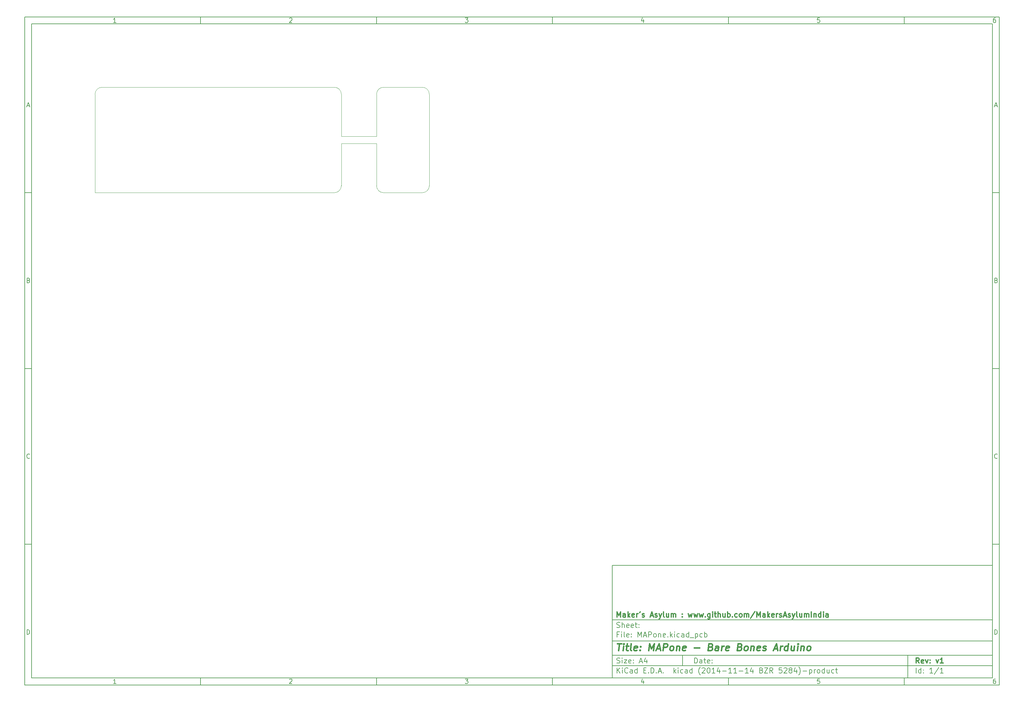
<source format=gbr>
G04 #@! TF.FileFunction,Profile,NP*
%FSLAX46Y46*%
G04 Gerber Fmt 4.6, Leading zero omitted, Abs format (unit mm)*
G04 Created by KiCad (PCBNEW (2014-11-14 BZR 5284)-product) date Mon Dec  1 14:26:38 2014*
%MOMM*%
G01*
G04 APERTURE LIST*
%ADD10C,0.100000*%
%ADD11C,0.150000*%
%ADD12C,0.300000*%
%ADD13C,0.400000*%
G04 APERTURE END LIST*
D10*
D11*
X177002200Y-166007200D02*
X177002200Y-198007200D01*
X285002200Y-198007200D01*
X285002200Y-166007200D01*
X177002200Y-166007200D01*
D10*
D11*
X10000000Y-10000000D02*
X10000000Y-200007200D01*
X287002200Y-200007200D01*
X287002200Y-10000000D01*
X10000000Y-10000000D01*
D10*
D11*
X12000000Y-12000000D02*
X12000000Y-198007200D01*
X285002200Y-198007200D01*
X285002200Y-12000000D01*
X12000000Y-12000000D01*
D10*
D11*
X60000000Y-12000000D02*
X60000000Y-10000000D01*
D10*
D11*
X110000000Y-12000000D02*
X110000000Y-10000000D01*
D10*
D11*
X160000000Y-12000000D02*
X160000000Y-10000000D01*
D10*
D11*
X210000000Y-12000000D02*
X210000000Y-10000000D01*
D10*
D11*
X260000000Y-12000000D02*
X260000000Y-10000000D01*
D10*
D11*
X35990476Y-11588095D02*
X35247619Y-11588095D01*
X35619048Y-11588095D02*
X35619048Y-10288095D01*
X35495238Y-10473810D01*
X35371429Y-10597619D01*
X35247619Y-10659524D01*
D10*
D11*
X85247619Y-10411905D02*
X85309524Y-10350000D01*
X85433333Y-10288095D01*
X85742857Y-10288095D01*
X85866667Y-10350000D01*
X85928571Y-10411905D01*
X85990476Y-10535714D01*
X85990476Y-10659524D01*
X85928571Y-10845238D01*
X85185714Y-11588095D01*
X85990476Y-11588095D01*
D10*
D11*
X135185714Y-10288095D02*
X135990476Y-10288095D01*
X135557143Y-10783333D01*
X135742857Y-10783333D01*
X135866667Y-10845238D01*
X135928571Y-10907143D01*
X135990476Y-11030952D01*
X135990476Y-11340476D01*
X135928571Y-11464286D01*
X135866667Y-11526190D01*
X135742857Y-11588095D01*
X135371429Y-11588095D01*
X135247619Y-11526190D01*
X135185714Y-11464286D01*
D10*
D11*
X185866667Y-10721429D02*
X185866667Y-11588095D01*
X185557143Y-10226190D02*
X185247619Y-11154762D01*
X186052381Y-11154762D01*
D10*
D11*
X235928571Y-10288095D02*
X235309524Y-10288095D01*
X235247619Y-10907143D01*
X235309524Y-10845238D01*
X235433333Y-10783333D01*
X235742857Y-10783333D01*
X235866667Y-10845238D01*
X235928571Y-10907143D01*
X235990476Y-11030952D01*
X235990476Y-11340476D01*
X235928571Y-11464286D01*
X235866667Y-11526190D01*
X235742857Y-11588095D01*
X235433333Y-11588095D01*
X235309524Y-11526190D01*
X235247619Y-11464286D01*
D10*
D11*
X285866667Y-10288095D02*
X285619048Y-10288095D01*
X285495238Y-10350000D01*
X285433333Y-10411905D01*
X285309524Y-10597619D01*
X285247619Y-10845238D01*
X285247619Y-11340476D01*
X285309524Y-11464286D01*
X285371429Y-11526190D01*
X285495238Y-11588095D01*
X285742857Y-11588095D01*
X285866667Y-11526190D01*
X285928571Y-11464286D01*
X285990476Y-11340476D01*
X285990476Y-11030952D01*
X285928571Y-10907143D01*
X285866667Y-10845238D01*
X285742857Y-10783333D01*
X285495238Y-10783333D01*
X285371429Y-10845238D01*
X285309524Y-10907143D01*
X285247619Y-11030952D01*
D10*
D11*
X60000000Y-198007200D02*
X60000000Y-200007200D01*
D10*
D11*
X110000000Y-198007200D02*
X110000000Y-200007200D01*
D10*
D11*
X160000000Y-198007200D02*
X160000000Y-200007200D01*
D10*
D11*
X210000000Y-198007200D02*
X210000000Y-200007200D01*
D10*
D11*
X260000000Y-198007200D02*
X260000000Y-200007200D01*
D10*
D11*
X35990476Y-199595295D02*
X35247619Y-199595295D01*
X35619048Y-199595295D02*
X35619048Y-198295295D01*
X35495238Y-198481010D01*
X35371429Y-198604819D01*
X35247619Y-198666724D01*
D10*
D11*
X85247619Y-198419105D02*
X85309524Y-198357200D01*
X85433333Y-198295295D01*
X85742857Y-198295295D01*
X85866667Y-198357200D01*
X85928571Y-198419105D01*
X85990476Y-198542914D01*
X85990476Y-198666724D01*
X85928571Y-198852438D01*
X85185714Y-199595295D01*
X85990476Y-199595295D01*
D10*
D11*
X135185714Y-198295295D02*
X135990476Y-198295295D01*
X135557143Y-198790533D01*
X135742857Y-198790533D01*
X135866667Y-198852438D01*
X135928571Y-198914343D01*
X135990476Y-199038152D01*
X135990476Y-199347676D01*
X135928571Y-199471486D01*
X135866667Y-199533390D01*
X135742857Y-199595295D01*
X135371429Y-199595295D01*
X135247619Y-199533390D01*
X135185714Y-199471486D01*
D10*
D11*
X185866667Y-198728629D02*
X185866667Y-199595295D01*
X185557143Y-198233390D02*
X185247619Y-199161962D01*
X186052381Y-199161962D01*
D10*
D11*
X235928571Y-198295295D02*
X235309524Y-198295295D01*
X235247619Y-198914343D01*
X235309524Y-198852438D01*
X235433333Y-198790533D01*
X235742857Y-198790533D01*
X235866667Y-198852438D01*
X235928571Y-198914343D01*
X235990476Y-199038152D01*
X235990476Y-199347676D01*
X235928571Y-199471486D01*
X235866667Y-199533390D01*
X235742857Y-199595295D01*
X235433333Y-199595295D01*
X235309524Y-199533390D01*
X235247619Y-199471486D01*
D10*
D11*
X285866667Y-198295295D02*
X285619048Y-198295295D01*
X285495238Y-198357200D01*
X285433333Y-198419105D01*
X285309524Y-198604819D01*
X285247619Y-198852438D01*
X285247619Y-199347676D01*
X285309524Y-199471486D01*
X285371429Y-199533390D01*
X285495238Y-199595295D01*
X285742857Y-199595295D01*
X285866667Y-199533390D01*
X285928571Y-199471486D01*
X285990476Y-199347676D01*
X285990476Y-199038152D01*
X285928571Y-198914343D01*
X285866667Y-198852438D01*
X285742857Y-198790533D01*
X285495238Y-198790533D01*
X285371429Y-198852438D01*
X285309524Y-198914343D01*
X285247619Y-199038152D01*
D10*
D11*
X10000000Y-60000000D02*
X12000000Y-60000000D01*
D10*
D11*
X10000000Y-110000000D02*
X12000000Y-110000000D01*
D10*
D11*
X10000000Y-160000000D02*
X12000000Y-160000000D01*
D10*
D11*
X10690476Y-35216667D02*
X11309524Y-35216667D01*
X10566667Y-35588095D02*
X11000000Y-34288095D01*
X11433333Y-35588095D01*
D10*
D11*
X11092857Y-84907143D02*
X11278571Y-84969048D01*
X11340476Y-85030952D01*
X11402381Y-85154762D01*
X11402381Y-85340476D01*
X11340476Y-85464286D01*
X11278571Y-85526190D01*
X11154762Y-85588095D01*
X10659524Y-85588095D01*
X10659524Y-84288095D01*
X11092857Y-84288095D01*
X11216667Y-84350000D01*
X11278571Y-84411905D01*
X11340476Y-84535714D01*
X11340476Y-84659524D01*
X11278571Y-84783333D01*
X11216667Y-84845238D01*
X11092857Y-84907143D01*
X10659524Y-84907143D01*
D10*
D11*
X11402381Y-135464286D02*
X11340476Y-135526190D01*
X11154762Y-135588095D01*
X11030952Y-135588095D01*
X10845238Y-135526190D01*
X10721429Y-135402381D01*
X10659524Y-135278571D01*
X10597619Y-135030952D01*
X10597619Y-134845238D01*
X10659524Y-134597619D01*
X10721429Y-134473810D01*
X10845238Y-134350000D01*
X11030952Y-134288095D01*
X11154762Y-134288095D01*
X11340476Y-134350000D01*
X11402381Y-134411905D01*
D10*
D11*
X10659524Y-185588095D02*
X10659524Y-184288095D01*
X10969048Y-184288095D01*
X11154762Y-184350000D01*
X11278571Y-184473810D01*
X11340476Y-184597619D01*
X11402381Y-184845238D01*
X11402381Y-185030952D01*
X11340476Y-185278571D01*
X11278571Y-185402381D01*
X11154762Y-185526190D01*
X10969048Y-185588095D01*
X10659524Y-185588095D01*
D10*
D11*
X287002200Y-60000000D02*
X285002200Y-60000000D01*
D10*
D11*
X287002200Y-110000000D02*
X285002200Y-110000000D01*
D10*
D11*
X287002200Y-160000000D02*
X285002200Y-160000000D01*
D10*
D11*
X285692676Y-35216667D02*
X286311724Y-35216667D01*
X285568867Y-35588095D02*
X286002200Y-34288095D01*
X286435533Y-35588095D01*
D10*
D11*
X286095057Y-84907143D02*
X286280771Y-84969048D01*
X286342676Y-85030952D01*
X286404581Y-85154762D01*
X286404581Y-85340476D01*
X286342676Y-85464286D01*
X286280771Y-85526190D01*
X286156962Y-85588095D01*
X285661724Y-85588095D01*
X285661724Y-84288095D01*
X286095057Y-84288095D01*
X286218867Y-84350000D01*
X286280771Y-84411905D01*
X286342676Y-84535714D01*
X286342676Y-84659524D01*
X286280771Y-84783333D01*
X286218867Y-84845238D01*
X286095057Y-84907143D01*
X285661724Y-84907143D01*
D10*
D11*
X286404581Y-135464286D02*
X286342676Y-135526190D01*
X286156962Y-135588095D01*
X286033152Y-135588095D01*
X285847438Y-135526190D01*
X285723629Y-135402381D01*
X285661724Y-135278571D01*
X285599819Y-135030952D01*
X285599819Y-134845238D01*
X285661724Y-134597619D01*
X285723629Y-134473810D01*
X285847438Y-134350000D01*
X286033152Y-134288095D01*
X286156962Y-134288095D01*
X286342676Y-134350000D01*
X286404581Y-134411905D01*
D10*
D11*
X285661724Y-185588095D02*
X285661724Y-184288095D01*
X285971248Y-184288095D01*
X286156962Y-184350000D01*
X286280771Y-184473810D01*
X286342676Y-184597619D01*
X286404581Y-184845238D01*
X286404581Y-185030952D01*
X286342676Y-185278571D01*
X286280771Y-185402381D01*
X286156962Y-185526190D01*
X285971248Y-185588095D01*
X285661724Y-185588095D01*
D10*
D11*
X200359343Y-193785771D02*
X200359343Y-192285771D01*
X200716486Y-192285771D01*
X200930771Y-192357200D01*
X201073629Y-192500057D01*
X201145057Y-192642914D01*
X201216486Y-192928629D01*
X201216486Y-193142914D01*
X201145057Y-193428629D01*
X201073629Y-193571486D01*
X200930771Y-193714343D01*
X200716486Y-193785771D01*
X200359343Y-193785771D01*
X202502200Y-193785771D02*
X202502200Y-193000057D01*
X202430771Y-192857200D01*
X202287914Y-192785771D01*
X202002200Y-192785771D01*
X201859343Y-192857200D01*
X202502200Y-193714343D02*
X202359343Y-193785771D01*
X202002200Y-193785771D01*
X201859343Y-193714343D01*
X201787914Y-193571486D01*
X201787914Y-193428629D01*
X201859343Y-193285771D01*
X202002200Y-193214343D01*
X202359343Y-193214343D01*
X202502200Y-193142914D01*
X203002200Y-192785771D02*
X203573629Y-192785771D01*
X203216486Y-192285771D02*
X203216486Y-193571486D01*
X203287914Y-193714343D01*
X203430772Y-193785771D01*
X203573629Y-193785771D01*
X204645057Y-193714343D02*
X204502200Y-193785771D01*
X204216486Y-193785771D01*
X204073629Y-193714343D01*
X204002200Y-193571486D01*
X204002200Y-193000057D01*
X204073629Y-192857200D01*
X204216486Y-192785771D01*
X204502200Y-192785771D01*
X204645057Y-192857200D01*
X204716486Y-193000057D01*
X204716486Y-193142914D01*
X204002200Y-193285771D01*
X205359343Y-193642914D02*
X205430771Y-193714343D01*
X205359343Y-193785771D01*
X205287914Y-193714343D01*
X205359343Y-193642914D01*
X205359343Y-193785771D01*
X205359343Y-192857200D02*
X205430771Y-192928629D01*
X205359343Y-193000057D01*
X205287914Y-192928629D01*
X205359343Y-192857200D01*
X205359343Y-193000057D01*
D10*
D11*
X177002200Y-194507200D02*
X285002200Y-194507200D01*
D10*
D11*
X178359343Y-196585771D02*
X178359343Y-195085771D01*
X179216486Y-196585771D02*
X178573629Y-195728629D01*
X179216486Y-195085771D02*
X178359343Y-195942914D01*
X179859343Y-196585771D02*
X179859343Y-195585771D01*
X179859343Y-195085771D02*
X179787914Y-195157200D01*
X179859343Y-195228629D01*
X179930771Y-195157200D01*
X179859343Y-195085771D01*
X179859343Y-195228629D01*
X181430772Y-196442914D02*
X181359343Y-196514343D01*
X181145057Y-196585771D01*
X181002200Y-196585771D01*
X180787915Y-196514343D01*
X180645057Y-196371486D01*
X180573629Y-196228629D01*
X180502200Y-195942914D01*
X180502200Y-195728629D01*
X180573629Y-195442914D01*
X180645057Y-195300057D01*
X180787915Y-195157200D01*
X181002200Y-195085771D01*
X181145057Y-195085771D01*
X181359343Y-195157200D01*
X181430772Y-195228629D01*
X182716486Y-196585771D02*
X182716486Y-195800057D01*
X182645057Y-195657200D01*
X182502200Y-195585771D01*
X182216486Y-195585771D01*
X182073629Y-195657200D01*
X182716486Y-196514343D02*
X182573629Y-196585771D01*
X182216486Y-196585771D01*
X182073629Y-196514343D01*
X182002200Y-196371486D01*
X182002200Y-196228629D01*
X182073629Y-196085771D01*
X182216486Y-196014343D01*
X182573629Y-196014343D01*
X182716486Y-195942914D01*
X184073629Y-196585771D02*
X184073629Y-195085771D01*
X184073629Y-196514343D02*
X183930772Y-196585771D01*
X183645058Y-196585771D01*
X183502200Y-196514343D01*
X183430772Y-196442914D01*
X183359343Y-196300057D01*
X183359343Y-195871486D01*
X183430772Y-195728629D01*
X183502200Y-195657200D01*
X183645058Y-195585771D01*
X183930772Y-195585771D01*
X184073629Y-195657200D01*
X185930772Y-195800057D02*
X186430772Y-195800057D01*
X186645058Y-196585771D02*
X185930772Y-196585771D01*
X185930772Y-195085771D01*
X186645058Y-195085771D01*
X187287915Y-196442914D02*
X187359343Y-196514343D01*
X187287915Y-196585771D01*
X187216486Y-196514343D01*
X187287915Y-196442914D01*
X187287915Y-196585771D01*
X188002201Y-196585771D02*
X188002201Y-195085771D01*
X188359344Y-195085771D01*
X188573629Y-195157200D01*
X188716487Y-195300057D01*
X188787915Y-195442914D01*
X188859344Y-195728629D01*
X188859344Y-195942914D01*
X188787915Y-196228629D01*
X188716487Y-196371486D01*
X188573629Y-196514343D01*
X188359344Y-196585771D01*
X188002201Y-196585771D01*
X189502201Y-196442914D02*
X189573629Y-196514343D01*
X189502201Y-196585771D01*
X189430772Y-196514343D01*
X189502201Y-196442914D01*
X189502201Y-196585771D01*
X190145058Y-196157200D02*
X190859344Y-196157200D01*
X190002201Y-196585771D02*
X190502201Y-195085771D01*
X191002201Y-196585771D01*
X191502201Y-196442914D02*
X191573629Y-196514343D01*
X191502201Y-196585771D01*
X191430772Y-196514343D01*
X191502201Y-196442914D01*
X191502201Y-196585771D01*
X194502201Y-196585771D02*
X194502201Y-195085771D01*
X194645058Y-196014343D02*
X195073629Y-196585771D01*
X195073629Y-195585771D02*
X194502201Y-196157200D01*
X195716487Y-196585771D02*
X195716487Y-195585771D01*
X195716487Y-195085771D02*
X195645058Y-195157200D01*
X195716487Y-195228629D01*
X195787915Y-195157200D01*
X195716487Y-195085771D01*
X195716487Y-195228629D01*
X197073630Y-196514343D02*
X196930773Y-196585771D01*
X196645059Y-196585771D01*
X196502201Y-196514343D01*
X196430773Y-196442914D01*
X196359344Y-196300057D01*
X196359344Y-195871486D01*
X196430773Y-195728629D01*
X196502201Y-195657200D01*
X196645059Y-195585771D01*
X196930773Y-195585771D01*
X197073630Y-195657200D01*
X198359344Y-196585771D02*
X198359344Y-195800057D01*
X198287915Y-195657200D01*
X198145058Y-195585771D01*
X197859344Y-195585771D01*
X197716487Y-195657200D01*
X198359344Y-196514343D02*
X198216487Y-196585771D01*
X197859344Y-196585771D01*
X197716487Y-196514343D01*
X197645058Y-196371486D01*
X197645058Y-196228629D01*
X197716487Y-196085771D01*
X197859344Y-196014343D01*
X198216487Y-196014343D01*
X198359344Y-195942914D01*
X199716487Y-196585771D02*
X199716487Y-195085771D01*
X199716487Y-196514343D02*
X199573630Y-196585771D01*
X199287916Y-196585771D01*
X199145058Y-196514343D01*
X199073630Y-196442914D01*
X199002201Y-196300057D01*
X199002201Y-195871486D01*
X199073630Y-195728629D01*
X199145058Y-195657200D01*
X199287916Y-195585771D01*
X199573630Y-195585771D01*
X199716487Y-195657200D01*
X202002201Y-197157200D02*
X201930773Y-197085771D01*
X201787916Y-196871486D01*
X201716487Y-196728629D01*
X201645058Y-196514343D01*
X201573630Y-196157200D01*
X201573630Y-195871486D01*
X201645058Y-195514343D01*
X201716487Y-195300057D01*
X201787916Y-195157200D01*
X201930773Y-194942914D01*
X202002201Y-194871486D01*
X202502201Y-195228629D02*
X202573630Y-195157200D01*
X202716487Y-195085771D01*
X203073630Y-195085771D01*
X203216487Y-195157200D01*
X203287916Y-195228629D01*
X203359344Y-195371486D01*
X203359344Y-195514343D01*
X203287916Y-195728629D01*
X202430773Y-196585771D01*
X203359344Y-196585771D01*
X204287915Y-195085771D02*
X204430772Y-195085771D01*
X204573629Y-195157200D01*
X204645058Y-195228629D01*
X204716487Y-195371486D01*
X204787915Y-195657200D01*
X204787915Y-196014343D01*
X204716487Y-196300057D01*
X204645058Y-196442914D01*
X204573629Y-196514343D01*
X204430772Y-196585771D01*
X204287915Y-196585771D01*
X204145058Y-196514343D01*
X204073629Y-196442914D01*
X204002201Y-196300057D01*
X203930772Y-196014343D01*
X203930772Y-195657200D01*
X204002201Y-195371486D01*
X204073629Y-195228629D01*
X204145058Y-195157200D01*
X204287915Y-195085771D01*
X206216486Y-196585771D02*
X205359343Y-196585771D01*
X205787915Y-196585771D02*
X205787915Y-195085771D01*
X205645058Y-195300057D01*
X205502200Y-195442914D01*
X205359343Y-195514343D01*
X207502200Y-195585771D02*
X207502200Y-196585771D01*
X207145057Y-195014343D02*
X206787914Y-196085771D01*
X207716486Y-196085771D01*
X208287914Y-196014343D02*
X209430771Y-196014343D01*
X210930771Y-196585771D02*
X210073628Y-196585771D01*
X210502200Y-196585771D02*
X210502200Y-195085771D01*
X210359343Y-195300057D01*
X210216485Y-195442914D01*
X210073628Y-195514343D01*
X212359342Y-196585771D02*
X211502199Y-196585771D01*
X211930771Y-196585771D02*
X211930771Y-195085771D01*
X211787914Y-195300057D01*
X211645056Y-195442914D01*
X211502199Y-195514343D01*
X213002199Y-196014343D02*
X214145056Y-196014343D01*
X215645056Y-196585771D02*
X214787913Y-196585771D01*
X215216485Y-196585771D02*
X215216485Y-195085771D01*
X215073628Y-195300057D01*
X214930770Y-195442914D01*
X214787913Y-195514343D01*
X216930770Y-195585771D02*
X216930770Y-196585771D01*
X216573627Y-195014343D02*
X216216484Y-196085771D01*
X217145056Y-196085771D01*
X219359341Y-195800057D02*
X219573627Y-195871486D01*
X219645055Y-195942914D01*
X219716484Y-196085771D01*
X219716484Y-196300057D01*
X219645055Y-196442914D01*
X219573627Y-196514343D01*
X219430769Y-196585771D01*
X218859341Y-196585771D01*
X218859341Y-195085771D01*
X219359341Y-195085771D01*
X219502198Y-195157200D01*
X219573627Y-195228629D01*
X219645055Y-195371486D01*
X219645055Y-195514343D01*
X219573627Y-195657200D01*
X219502198Y-195728629D01*
X219359341Y-195800057D01*
X218859341Y-195800057D01*
X220216484Y-195085771D02*
X221216484Y-195085771D01*
X220216484Y-196585771D01*
X221216484Y-196585771D01*
X222645055Y-196585771D02*
X222145055Y-195871486D01*
X221787912Y-196585771D02*
X221787912Y-195085771D01*
X222359340Y-195085771D01*
X222502198Y-195157200D01*
X222573626Y-195228629D01*
X222645055Y-195371486D01*
X222645055Y-195585771D01*
X222573626Y-195728629D01*
X222502198Y-195800057D01*
X222359340Y-195871486D01*
X221787912Y-195871486D01*
X225145055Y-195085771D02*
X224430769Y-195085771D01*
X224359340Y-195800057D01*
X224430769Y-195728629D01*
X224573626Y-195657200D01*
X224930769Y-195657200D01*
X225073626Y-195728629D01*
X225145055Y-195800057D01*
X225216483Y-195942914D01*
X225216483Y-196300057D01*
X225145055Y-196442914D01*
X225073626Y-196514343D01*
X224930769Y-196585771D01*
X224573626Y-196585771D01*
X224430769Y-196514343D01*
X224359340Y-196442914D01*
X225787911Y-195228629D02*
X225859340Y-195157200D01*
X226002197Y-195085771D01*
X226359340Y-195085771D01*
X226502197Y-195157200D01*
X226573626Y-195228629D01*
X226645054Y-195371486D01*
X226645054Y-195514343D01*
X226573626Y-195728629D01*
X225716483Y-196585771D01*
X226645054Y-196585771D01*
X227502197Y-195728629D02*
X227359339Y-195657200D01*
X227287911Y-195585771D01*
X227216482Y-195442914D01*
X227216482Y-195371486D01*
X227287911Y-195228629D01*
X227359339Y-195157200D01*
X227502197Y-195085771D01*
X227787911Y-195085771D01*
X227930768Y-195157200D01*
X228002197Y-195228629D01*
X228073625Y-195371486D01*
X228073625Y-195442914D01*
X228002197Y-195585771D01*
X227930768Y-195657200D01*
X227787911Y-195728629D01*
X227502197Y-195728629D01*
X227359339Y-195800057D01*
X227287911Y-195871486D01*
X227216482Y-196014343D01*
X227216482Y-196300057D01*
X227287911Y-196442914D01*
X227359339Y-196514343D01*
X227502197Y-196585771D01*
X227787911Y-196585771D01*
X227930768Y-196514343D01*
X228002197Y-196442914D01*
X228073625Y-196300057D01*
X228073625Y-196014343D01*
X228002197Y-195871486D01*
X227930768Y-195800057D01*
X227787911Y-195728629D01*
X229359339Y-195585771D02*
X229359339Y-196585771D01*
X229002196Y-195014343D02*
X228645053Y-196085771D01*
X229573625Y-196085771D01*
X230002196Y-197157200D02*
X230073624Y-197085771D01*
X230216481Y-196871486D01*
X230287910Y-196728629D01*
X230359339Y-196514343D01*
X230430767Y-196157200D01*
X230430767Y-195871486D01*
X230359339Y-195514343D01*
X230287910Y-195300057D01*
X230216481Y-195157200D01*
X230073624Y-194942914D01*
X230002196Y-194871486D01*
X231145053Y-196014343D02*
X232287910Y-196014343D01*
X233002196Y-195585771D02*
X233002196Y-197085771D01*
X233002196Y-195657200D02*
X233145053Y-195585771D01*
X233430767Y-195585771D01*
X233573624Y-195657200D01*
X233645053Y-195728629D01*
X233716482Y-195871486D01*
X233716482Y-196300057D01*
X233645053Y-196442914D01*
X233573624Y-196514343D01*
X233430767Y-196585771D01*
X233145053Y-196585771D01*
X233002196Y-196514343D01*
X234359339Y-196585771D02*
X234359339Y-195585771D01*
X234359339Y-195871486D02*
X234430767Y-195728629D01*
X234502196Y-195657200D01*
X234645053Y-195585771D01*
X234787910Y-195585771D01*
X235502196Y-196585771D02*
X235359338Y-196514343D01*
X235287910Y-196442914D01*
X235216481Y-196300057D01*
X235216481Y-195871486D01*
X235287910Y-195728629D01*
X235359338Y-195657200D01*
X235502196Y-195585771D01*
X235716481Y-195585771D01*
X235859338Y-195657200D01*
X235930767Y-195728629D01*
X236002196Y-195871486D01*
X236002196Y-196300057D01*
X235930767Y-196442914D01*
X235859338Y-196514343D01*
X235716481Y-196585771D01*
X235502196Y-196585771D01*
X237287910Y-196585771D02*
X237287910Y-195085771D01*
X237287910Y-196514343D02*
X237145053Y-196585771D01*
X236859339Y-196585771D01*
X236716481Y-196514343D01*
X236645053Y-196442914D01*
X236573624Y-196300057D01*
X236573624Y-195871486D01*
X236645053Y-195728629D01*
X236716481Y-195657200D01*
X236859339Y-195585771D01*
X237145053Y-195585771D01*
X237287910Y-195657200D01*
X238645053Y-195585771D02*
X238645053Y-196585771D01*
X238002196Y-195585771D02*
X238002196Y-196371486D01*
X238073624Y-196514343D01*
X238216482Y-196585771D01*
X238430767Y-196585771D01*
X238573624Y-196514343D01*
X238645053Y-196442914D01*
X240002196Y-196514343D02*
X239859339Y-196585771D01*
X239573625Y-196585771D01*
X239430767Y-196514343D01*
X239359339Y-196442914D01*
X239287910Y-196300057D01*
X239287910Y-195871486D01*
X239359339Y-195728629D01*
X239430767Y-195657200D01*
X239573625Y-195585771D01*
X239859339Y-195585771D01*
X240002196Y-195657200D01*
X240430767Y-195585771D02*
X241002196Y-195585771D01*
X240645053Y-195085771D02*
X240645053Y-196371486D01*
X240716481Y-196514343D01*
X240859339Y-196585771D01*
X241002196Y-196585771D01*
D10*
D11*
X177002200Y-191507200D02*
X285002200Y-191507200D01*
D10*
D12*
X264216486Y-193785771D02*
X263716486Y-193071486D01*
X263359343Y-193785771D02*
X263359343Y-192285771D01*
X263930771Y-192285771D01*
X264073629Y-192357200D01*
X264145057Y-192428629D01*
X264216486Y-192571486D01*
X264216486Y-192785771D01*
X264145057Y-192928629D01*
X264073629Y-193000057D01*
X263930771Y-193071486D01*
X263359343Y-193071486D01*
X265430771Y-193714343D02*
X265287914Y-193785771D01*
X265002200Y-193785771D01*
X264859343Y-193714343D01*
X264787914Y-193571486D01*
X264787914Y-193000057D01*
X264859343Y-192857200D01*
X265002200Y-192785771D01*
X265287914Y-192785771D01*
X265430771Y-192857200D01*
X265502200Y-193000057D01*
X265502200Y-193142914D01*
X264787914Y-193285771D01*
X266002200Y-192785771D02*
X266359343Y-193785771D01*
X266716485Y-192785771D01*
X267287914Y-193642914D02*
X267359342Y-193714343D01*
X267287914Y-193785771D01*
X267216485Y-193714343D01*
X267287914Y-193642914D01*
X267287914Y-193785771D01*
X267287914Y-192857200D02*
X267359342Y-192928629D01*
X267287914Y-193000057D01*
X267216485Y-192928629D01*
X267287914Y-192857200D01*
X267287914Y-193000057D01*
X269002200Y-192785771D02*
X269359343Y-193785771D01*
X269716485Y-192785771D01*
X271073628Y-193785771D02*
X270216485Y-193785771D01*
X270645057Y-193785771D02*
X270645057Y-192285771D01*
X270502200Y-192500057D01*
X270359342Y-192642914D01*
X270216485Y-192714343D01*
D10*
D11*
X178287914Y-193714343D02*
X178502200Y-193785771D01*
X178859343Y-193785771D01*
X179002200Y-193714343D01*
X179073629Y-193642914D01*
X179145057Y-193500057D01*
X179145057Y-193357200D01*
X179073629Y-193214343D01*
X179002200Y-193142914D01*
X178859343Y-193071486D01*
X178573629Y-193000057D01*
X178430771Y-192928629D01*
X178359343Y-192857200D01*
X178287914Y-192714343D01*
X178287914Y-192571486D01*
X178359343Y-192428629D01*
X178430771Y-192357200D01*
X178573629Y-192285771D01*
X178930771Y-192285771D01*
X179145057Y-192357200D01*
X179787914Y-193785771D02*
X179787914Y-192785771D01*
X179787914Y-192285771D02*
X179716485Y-192357200D01*
X179787914Y-192428629D01*
X179859342Y-192357200D01*
X179787914Y-192285771D01*
X179787914Y-192428629D01*
X180359343Y-192785771D02*
X181145057Y-192785771D01*
X180359343Y-193785771D01*
X181145057Y-193785771D01*
X182287914Y-193714343D02*
X182145057Y-193785771D01*
X181859343Y-193785771D01*
X181716486Y-193714343D01*
X181645057Y-193571486D01*
X181645057Y-193000057D01*
X181716486Y-192857200D01*
X181859343Y-192785771D01*
X182145057Y-192785771D01*
X182287914Y-192857200D01*
X182359343Y-193000057D01*
X182359343Y-193142914D01*
X181645057Y-193285771D01*
X183002200Y-193642914D02*
X183073628Y-193714343D01*
X183002200Y-193785771D01*
X182930771Y-193714343D01*
X183002200Y-193642914D01*
X183002200Y-193785771D01*
X183002200Y-192857200D02*
X183073628Y-192928629D01*
X183002200Y-193000057D01*
X182930771Y-192928629D01*
X183002200Y-192857200D01*
X183002200Y-193000057D01*
X184787914Y-193357200D02*
X185502200Y-193357200D01*
X184645057Y-193785771D02*
X185145057Y-192285771D01*
X185645057Y-193785771D01*
X186787914Y-192785771D02*
X186787914Y-193785771D01*
X186430771Y-192214343D02*
X186073628Y-193285771D01*
X187002200Y-193285771D01*
D10*
D11*
X263359343Y-196585771D02*
X263359343Y-195085771D01*
X264716486Y-196585771D02*
X264716486Y-195085771D01*
X264716486Y-196514343D02*
X264573629Y-196585771D01*
X264287915Y-196585771D01*
X264145057Y-196514343D01*
X264073629Y-196442914D01*
X264002200Y-196300057D01*
X264002200Y-195871486D01*
X264073629Y-195728629D01*
X264145057Y-195657200D01*
X264287915Y-195585771D01*
X264573629Y-195585771D01*
X264716486Y-195657200D01*
X265430772Y-196442914D02*
X265502200Y-196514343D01*
X265430772Y-196585771D01*
X265359343Y-196514343D01*
X265430772Y-196442914D01*
X265430772Y-196585771D01*
X265430772Y-195657200D02*
X265502200Y-195728629D01*
X265430772Y-195800057D01*
X265359343Y-195728629D01*
X265430772Y-195657200D01*
X265430772Y-195800057D01*
X268073629Y-196585771D02*
X267216486Y-196585771D01*
X267645058Y-196585771D02*
X267645058Y-195085771D01*
X267502201Y-195300057D01*
X267359343Y-195442914D01*
X267216486Y-195514343D01*
X269787914Y-195014343D02*
X268502200Y-196942914D01*
X271073629Y-196585771D02*
X270216486Y-196585771D01*
X270645058Y-196585771D02*
X270645058Y-195085771D01*
X270502201Y-195300057D01*
X270359343Y-195442914D01*
X270216486Y-195514343D01*
D10*
D11*
X177002200Y-187507200D02*
X285002200Y-187507200D01*
D10*
D13*
X178454581Y-188211962D02*
X179597438Y-188211962D01*
X178776010Y-190211962D02*
X179026010Y-188211962D01*
X180014105Y-190211962D02*
X180180771Y-188878629D01*
X180264105Y-188211962D02*
X180156962Y-188307200D01*
X180240295Y-188402438D01*
X180347439Y-188307200D01*
X180264105Y-188211962D01*
X180240295Y-188402438D01*
X180847438Y-188878629D02*
X181609343Y-188878629D01*
X181216486Y-188211962D02*
X181002200Y-189926248D01*
X181073630Y-190116724D01*
X181252201Y-190211962D01*
X181442677Y-190211962D01*
X182395058Y-190211962D02*
X182216487Y-190116724D01*
X182145057Y-189926248D01*
X182359343Y-188211962D01*
X183930772Y-190116724D02*
X183728391Y-190211962D01*
X183347439Y-190211962D01*
X183168867Y-190116724D01*
X183097438Y-189926248D01*
X183192676Y-189164343D01*
X183311724Y-188973867D01*
X183514105Y-188878629D01*
X183895057Y-188878629D01*
X184073629Y-188973867D01*
X184145057Y-189164343D01*
X184121248Y-189354819D01*
X183145057Y-189545295D01*
X184895057Y-190021486D02*
X184978392Y-190116724D01*
X184871248Y-190211962D01*
X184787915Y-190116724D01*
X184895057Y-190021486D01*
X184871248Y-190211962D01*
X185026010Y-188973867D02*
X185109344Y-189069105D01*
X185002200Y-189164343D01*
X184918867Y-189069105D01*
X185026010Y-188973867D01*
X185002200Y-189164343D01*
X187347439Y-190211962D02*
X187597439Y-188211962D01*
X188085534Y-189640533D01*
X188930773Y-188211962D01*
X188680773Y-190211962D01*
X189609343Y-189640533D02*
X190561724Y-189640533D01*
X189347439Y-190211962D02*
X190264106Y-188211962D01*
X190680773Y-190211962D01*
X191347439Y-190211962D02*
X191597439Y-188211962D01*
X192359344Y-188211962D01*
X192537915Y-188307200D01*
X192621249Y-188402438D01*
X192692678Y-188592914D01*
X192656963Y-188878629D01*
X192537916Y-189069105D01*
X192430772Y-189164343D01*
X192228391Y-189259581D01*
X191466486Y-189259581D01*
X193633154Y-190211962D02*
X193454583Y-190116724D01*
X193371248Y-190021486D01*
X193299820Y-189831010D01*
X193371248Y-189259581D01*
X193490296Y-189069105D01*
X193597440Y-188973867D01*
X193799820Y-188878629D01*
X194085534Y-188878629D01*
X194264106Y-188973867D01*
X194347439Y-189069105D01*
X194418867Y-189259581D01*
X194347439Y-189831010D01*
X194228391Y-190021486D01*
X194121249Y-190116724D01*
X193918868Y-190211962D01*
X193633154Y-190211962D01*
X195323629Y-188878629D02*
X195156963Y-190211962D01*
X195299820Y-189069105D02*
X195406964Y-188973867D01*
X195609344Y-188878629D01*
X195895058Y-188878629D01*
X196073630Y-188973867D01*
X196145058Y-189164343D01*
X196014106Y-190211962D01*
X197740297Y-190116724D02*
X197537916Y-190211962D01*
X197156964Y-190211962D01*
X196978392Y-190116724D01*
X196906963Y-189926248D01*
X197002201Y-189164343D01*
X197121249Y-188973867D01*
X197323630Y-188878629D01*
X197704582Y-188878629D01*
X197883154Y-188973867D01*
X197954582Y-189164343D01*
X197930773Y-189354819D01*
X196954582Y-189545295D01*
X200299821Y-189450057D02*
X201823631Y-189450057D01*
X205002202Y-189164343D02*
X205276011Y-189259581D01*
X205359346Y-189354819D01*
X205430774Y-189545295D01*
X205395060Y-189831010D01*
X205276012Y-190021486D01*
X205168869Y-190116724D01*
X204966488Y-190211962D01*
X204204583Y-190211962D01*
X204454583Y-188211962D01*
X205121250Y-188211962D01*
X205299821Y-188307200D01*
X205383154Y-188402438D01*
X205454584Y-188592914D01*
X205430774Y-188783390D01*
X205311726Y-188973867D01*
X205204583Y-189069105D01*
X205002202Y-189164343D01*
X204335535Y-189164343D01*
X207061726Y-190211962D02*
X207192678Y-189164343D01*
X207121250Y-188973867D01*
X206942678Y-188878629D01*
X206561726Y-188878629D01*
X206359345Y-188973867D01*
X207073631Y-190116724D02*
X206871250Y-190211962D01*
X206395060Y-190211962D01*
X206216488Y-190116724D01*
X206145059Y-189926248D01*
X206168869Y-189735771D01*
X206287916Y-189545295D01*
X206490298Y-189450057D01*
X206966488Y-189450057D01*
X207168869Y-189354819D01*
X208014107Y-190211962D02*
X208180773Y-188878629D01*
X208133154Y-189259581D02*
X208252203Y-189069105D01*
X208359346Y-188973867D01*
X208561726Y-188878629D01*
X208752202Y-188878629D01*
X210026012Y-190116724D02*
X209823631Y-190211962D01*
X209442679Y-190211962D01*
X209264107Y-190116724D01*
X209192678Y-189926248D01*
X209287916Y-189164343D01*
X209406964Y-188973867D01*
X209609345Y-188878629D01*
X209990297Y-188878629D01*
X210168869Y-188973867D01*
X210240297Y-189164343D01*
X210216488Y-189354819D01*
X209240297Y-189545295D01*
X213287917Y-189164343D02*
X213561726Y-189259581D01*
X213645061Y-189354819D01*
X213716489Y-189545295D01*
X213680775Y-189831010D01*
X213561727Y-190021486D01*
X213454584Y-190116724D01*
X213252203Y-190211962D01*
X212490298Y-190211962D01*
X212740298Y-188211962D01*
X213406965Y-188211962D01*
X213585536Y-188307200D01*
X213668869Y-188402438D01*
X213740299Y-188592914D01*
X213716489Y-188783390D01*
X213597441Y-188973867D01*
X213490298Y-189069105D01*
X213287917Y-189164343D01*
X212621250Y-189164343D01*
X214776013Y-190211962D02*
X214597442Y-190116724D01*
X214514107Y-190021486D01*
X214442679Y-189831010D01*
X214514107Y-189259581D01*
X214633155Y-189069105D01*
X214740299Y-188973867D01*
X214942679Y-188878629D01*
X215228393Y-188878629D01*
X215406965Y-188973867D01*
X215490298Y-189069105D01*
X215561726Y-189259581D01*
X215490298Y-189831010D01*
X215371250Y-190021486D01*
X215264108Y-190116724D01*
X215061727Y-190211962D01*
X214776013Y-190211962D01*
X216466488Y-188878629D02*
X216299822Y-190211962D01*
X216442679Y-189069105D02*
X216549823Y-188973867D01*
X216752203Y-188878629D01*
X217037917Y-188878629D01*
X217216489Y-188973867D01*
X217287917Y-189164343D01*
X217156965Y-190211962D01*
X218883156Y-190116724D02*
X218680775Y-190211962D01*
X218299823Y-190211962D01*
X218121251Y-190116724D01*
X218049822Y-189926248D01*
X218145060Y-189164343D01*
X218264108Y-188973867D01*
X218466489Y-188878629D01*
X218847441Y-188878629D01*
X219026013Y-188973867D01*
X219097441Y-189164343D01*
X219073632Y-189354819D01*
X218097441Y-189545295D01*
X219740299Y-190116724D02*
X219918871Y-190211962D01*
X220299823Y-190211962D01*
X220502204Y-190116724D01*
X220621251Y-189926248D01*
X220633156Y-189831010D01*
X220561727Y-189640533D01*
X220383156Y-189545295D01*
X220097442Y-189545295D01*
X219918870Y-189450057D01*
X219847441Y-189259581D01*
X219859346Y-189164343D01*
X219978394Y-188973867D01*
X220180775Y-188878629D01*
X220466489Y-188878629D01*
X220645061Y-188973867D01*
X222942680Y-189640533D02*
X223895061Y-189640533D01*
X222680776Y-190211962D02*
X223597443Y-188211962D01*
X224014110Y-190211962D01*
X224680776Y-190211962D02*
X224847442Y-188878629D01*
X224799823Y-189259581D02*
X224918872Y-189069105D01*
X225026015Y-188973867D01*
X225228395Y-188878629D01*
X225418871Y-188878629D01*
X226776014Y-190211962D02*
X227026014Y-188211962D01*
X226787919Y-190116724D02*
X226585538Y-190211962D01*
X226204586Y-190211962D01*
X226026015Y-190116724D01*
X225942680Y-190021486D01*
X225871252Y-189831010D01*
X225942680Y-189259581D01*
X226061728Y-189069105D01*
X226168872Y-188973867D01*
X226371252Y-188878629D01*
X226752204Y-188878629D01*
X226930776Y-188973867D01*
X228752204Y-188878629D02*
X228585538Y-190211962D01*
X227895061Y-188878629D02*
X227764109Y-189926248D01*
X227835539Y-190116724D01*
X228014110Y-190211962D01*
X228299824Y-190211962D01*
X228502205Y-190116724D01*
X228609347Y-190021486D01*
X229537919Y-190211962D02*
X229704585Y-188878629D01*
X229787919Y-188211962D02*
X229680776Y-188307200D01*
X229764109Y-188402438D01*
X229871253Y-188307200D01*
X229787919Y-188211962D01*
X229764109Y-188402438D01*
X230656966Y-188878629D02*
X230490300Y-190211962D01*
X230633157Y-189069105D02*
X230740301Y-188973867D01*
X230942681Y-188878629D01*
X231228395Y-188878629D01*
X231406967Y-188973867D01*
X231478395Y-189164343D01*
X231347443Y-190211962D01*
X232585539Y-190211962D02*
X232406968Y-190116724D01*
X232323633Y-190021486D01*
X232252205Y-189831010D01*
X232323633Y-189259581D01*
X232442681Y-189069105D01*
X232549825Y-188973867D01*
X232752205Y-188878629D01*
X233037919Y-188878629D01*
X233216491Y-188973867D01*
X233299824Y-189069105D01*
X233371252Y-189259581D01*
X233299824Y-189831010D01*
X233180776Y-190021486D01*
X233073634Y-190116724D01*
X232871253Y-190211962D01*
X232585539Y-190211962D01*
D10*
D11*
X178859343Y-185600057D02*
X178359343Y-185600057D01*
X178359343Y-186385771D02*
X178359343Y-184885771D01*
X179073629Y-184885771D01*
X179645057Y-186385771D02*
X179645057Y-185385771D01*
X179645057Y-184885771D02*
X179573628Y-184957200D01*
X179645057Y-185028629D01*
X179716485Y-184957200D01*
X179645057Y-184885771D01*
X179645057Y-185028629D01*
X180573629Y-186385771D02*
X180430771Y-186314343D01*
X180359343Y-186171486D01*
X180359343Y-184885771D01*
X181716485Y-186314343D02*
X181573628Y-186385771D01*
X181287914Y-186385771D01*
X181145057Y-186314343D01*
X181073628Y-186171486D01*
X181073628Y-185600057D01*
X181145057Y-185457200D01*
X181287914Y-185385771D01*
X181573628Y-185385771D01*
X181716485Y-185457200D01*
X181787914Y-185600057D01*
X181787914Y-185742914D01*
X181073628Y-185885771D01*
X182430771Y-186242914D02*
X182502199Y-186314343D01*
X182430771Y-186385771D01*
X182359342Y-186314343D01*
X182430771Y-186242914D01*
X182430771Y-186385771D01*
X182430771Y-185457200D02*
X182502199Y-185528629D01*
X182430771Y-185600057D01*
X182359342Y-185528629D01*
X182430771Y-185457200D01*
X182430771Y-185600057D01*
X184287914Y-186385771D02*
X184287914Y-184885771D01*
X184787914Y-185957200D01*
X185287914Y-184885771D01*
X185287914Y-186385771D01*
X185930771Y-185957200D02*
X186645057Y-185957200D01*
X185787914Y-186385771D02*
X186287914Y-184885771D01*
X186787914Y-186385771D01*
X187287914Y-186385771D02*
X187287914Y-184885771D01*
X187859342Y-184885771D01*
X188002200Y-184957200D01*
X188073628Y-185028629D01*
X188145057Y-185171486D01*
X188145057Y-185385771D01*
X188073628Y-185528629D01*
X188002200Y-185600057D01*
X187859342Y-185671486D01*
X187287914Y-185671486D01*
X189002200Y-186385771D02*
X188859342Y-186314343D01*
X188787914Y-186242914D01*
X188716485Y-186100057D01*
X188716485Y-185671486D01*
X188787914Y-185528629D01*
X188859342Y-185457200D01*
X189002200Y-185385771D01*
X189216485Y-185385771D01*
X189359342Y-185457200D01*
X189430771Y-185528629D01*
X189502200Y-185671486D01*
X189502200Y-186100057D01*
X189430771Y-186242914D01*
X189359342Y-186314343D01*
X189216485Y-186385771D01*
X189002200Y-186385771D01*
X190145057Y-185385771D02*
X190145057Y-186385771D01*
X190145057Y-185528629D02*
X190216485Y-185457200D01*
X190359343Y-185385771D01*
X190573628Y-185385771D01*
X190716485Y-185457200D01*
X190787914Y-185600057D01*
X190787914Y-186385771D01*
X192073628Y-186314343D02*
X191930771Y-186385771D01*
X191645057Y-186385771D01*
X191502200Y-186314343D01*
X191430771Y-186171486D01*
X191430771Y-185600057D01*
X191502200Y-185457200D01*
X191645057Y-185385771D01*
X191930771Y-185385771D01*
X192073628Y-185457200D01*
X192145057Y-185600057D01*
X192145057Y-185742914D01*
X191430771Y-185885771D01*
X192787914Y-186242914D02*
X192859342Y-186314343D01*
X192787914Y-186385771D01*
X192716485Y-186314343D01*
X192787914Y-186242914D01*
X192787914Y-186385771D01*
X193502200Y-186385771D02*
X193502200Y-184885771D01*
X193645057Y-185814343D02*
X194073628Y-186385771D01*
X194073628Y-185385771D02*
X193502200Y-185957200D01*
X194716486Y-186385771D02*
X194716486Y-185385771D01*
X194716486Y-184885771D02*
X194645057Y-184957200D01*
X194716486Y-185028629D01*
X194787914Y-184957200D01*
X194716486Y-184885771D01*
X194716486Y-185028629D01*
X196073629Y-186314343D02*
X195930772Y-186385771D01*
X195645058Y-186385771D01*
X195502200Y-186314343D01*
X195430772Y-186242914D01*
X195359343Y-186100057D01*
X195359343Y-185671486D01*
X195430772Y-185528629D01*
X195502200Y-185457200D01*
X195645058Y-185385771D01*
X195930772Y-185385771D01*
X196073629Y-185457200D01*
X197359343Y-186385771D02*
X197359343Y-185600057D01*
X197287914Y-185457200D01*
X197145057Y-185385771D01*
X196859343Y-185385771D01*
X196716486Y-185457200D01*
X197359343Y-186314343D02*
X197216486Y-186385771D01*
X196859343Y-186385771D01*
X196716486Y-186314343D01*
X196645057Y-186171486D01*
X196645057Y-186028629D01*
X196716486Y-185885771D01*
X196859343Y-185814343D01*
X197216486Y-185814343D01*
X197359343Y-185742914D01*
X198716486Y-186385771D02*
X198716486Y-184885771D01*
X198716486Y-186314343D02*
X198573629Y-186385771D01*
X198287915Y-186385771D01*
X198145057Y-186314343D01*
X198073629Y-186242914D01*
X198002200Y-186100057D01*
X198002200Y-185671486D01*
X198073629Y-185528629D01*
X198145057Y-185457200D01*
X198287915Y-185385771D01*
X198573629Y-185385771D01*
X198716486Y-185457200D01*
X199073629Y-186528629D02*
X200216486Y-186528629D01*
X200573629Y-185385771D02*
X200573629Y-186885771D01*
X200573629Y-185457200D02*
X200716486Y-185385771D01*
X201002200Y-185385771D01*
X201145057Y-185457200D01*
X201216486Y-185528629D01*
X201287915Y-185671486D01*
X201287915Y-186100057D01*
X201216486Y-186242914D01*
X201145057Y-186314343D01*
X201002200Y-186385771D01*
X200716486Y-186385771D01*
X200573629Y-186314343D01*
X202573629Y-186314343D02*
X202430772Y-186385771D01*
X202145058Y-186385771D01*
X202002200Y-186314343D01*
X201930772Y-186242914D01*
X201859343Y-186100057D01*
X201859343Y-185671486D01*
X201930772Y-185528629D01*
X202002200Y-185457200D01*
X202145058Y-185385771D01*
X202430772Y-185385771D01*
X202573629Y-185457200D01*
X203216486Y-186385771D02*
X203216486Y-184885771D01*
X203216486Y-185457200D02*
X203359343Y-185385771D01*
X203645057Y-185385771D01*
X203787914Y-185457200D01*
X203859343Y-185528629D01*
X203930772Y-185671486D01*
X203930772Y-186100057D01*
X203859343Y-186242914D01*
X203787914Y-186314343D01*
X203645057Y-186385771D01*
X203359343Y-186385771D01*
X203216486Y-186314343D01*
D10*
D11*
X177002200Y-181507200D02*
X285002200Y-181507200D01*
D10*
D11*
X178287914Y-183614343D02*
X178502200Y-183685771D01*
X178859343Y-183685771D01*
X179002200Y-183614343D01*
X179073629Y-183542914D01*
X179145057Y-183400057D01*
X179145057Y-183257200D01*
X179073629Y-183114343D01*
X179002200Y-183042914D01*
X178859343Y-182971486D01*
X178573629Y-182900057D01*
X178430771Y-182828629D01*
X178359343Y-182757200D01*
X178287914Y-182614343D01*
X178287914Y-182471486D01*
X178359343Y-182328629D01*
X178430771Y-182257200D01*
X178573629Y-182185771D01*
X178930771Y-182185771D01*
X179145057Y-182257200D01*
X179787914Y-183685771D02*
X179787914Y-182185771D01*
X180430771Y-183685771D02*
X180430771Y-182900057D01*
X180359342Y-182757200D01*
X180216485Y-182685771D01*
X180002200Y-182685771D01*
X179859342Y-182757200D01*
X179787914Y-182828629D01*
X181716485Y-183614343D02*
X181573628Y-183685771D01*
X181287914Y-183685771D01*
X181145057Y-183614343D01*
X181073628Y-183471486D01*
X181073628Y-182900057D01*
X181145057Y-182757200D01*
X181287914Y-182685771D01*
X181573628Y-182685771D01*
X181716485Y-182757200D01*
X181787914Y-182900057D01*
X181787914Y-183042914D01*
X181073628Y-183185771D01*
X183002199Y-183614343D02*
X182859342Y-183685771D01*
X182573628Y-183685771D01*
X182430771Y-183614343D01*
X182359342Y-183471486D01*
X182359342Y-182900057D01*
X182430771Y-182757200D01*
X182573628Y-182685771D01*
X182859342Y-182685771D01*
X183002199Y-182757200D01*
X183073628Y-182900057D01*
X183073628Y-183042914D01*
X182359342Y-183185771D01*
X183502199Y-182685771D02*
X184073628Y-182685771D01*
X183716485Y-182185771D02*
X183716485Y-183471486D01*
X183787913Y-183614343D01*
X183930771Y-183685771D01*
X184073628Y-183685771D01*
X184573628Y-183542914D02*
X184645056Y-183614343D01*
X184573628Y-183685771D01*
X184502199Y-183614343D01*
X184573628Y-183542914D01*
X184573628Y-183685771D01*
X184573628Y-182757200D02*
X184645056Y-182828629D01*
X184573628Y-182900057D01*
X184502199Y-182828629D01*
X184573628Y-182757200D01*
X184573628Y-182900057D01*
D10*
D12*
X178359343Y-180685771D02*
X178359343Y-179185771D01*
X178859343Y-180257200D01*
X179359343Y-179185771D01*
X179359343Y-180685771D01*
X180716486Y-180685771D02*
X180716486Y-179900057D01*
X180645057Y-179757200D01*
X180502200Y-179685771D01*
X180216486Y-179685771D01*
X180073629Y-179757200D01*
X180716486Y-180614343D02*
X180573629Y-180685771D01*
X180216486Y-180685771D01*
X180073629Y-180614343D01*
X180002200Y-180471486D01*
X180002200Y-180328629D01*
X180073629Y-180185771D01*
X180216486Y-180114343D01*
X180573629Y-180114343D01*
X180716486Y-180042914D01*
X181430772Y-180685771D02*
X181430772Y-179185771D01*
X181573629Y-180114343D02*
X182002200Y-180685771D01*
X182002200Y-179685771D02*
X181430772Y-180257200D01*
X183216486Y-180614343D02*
X183073629Y-180685771D01*
X182787915Y-180685771D01*
X182645058Y-180614343D01*
X182573629Y-180471486D01*
X182573629Y-179900057D01*
X182645058Y-179757200D01*
X182787915Y-179685771D01*
X183073629Y-179685771D01*
X183216486Y-179757200D01*
X183287915Y-179900057D01*
X183287915Y-180042914D01*
X182573629Y-180185771D01*
X183930772Y-180685771D02*
X183930772Y-179685771D01*
X183930772Y-179971486D02*
X184002200Y-179828629D01*
X184073629Y-179757200D01*
X184216486Y-179685771D01*
X184359343Y-179685771D01*
X184930771Y-179185771D02*
X184787914Y-179471486D01*
X185502200Y-180614343D02*
X185645057Y-180685771D01*
X185930772Y-180685771D01*
X186073629Y-180614343D01*
X186145057Y-180471486D01*
X186145057Y-180400057D01*
X186073629Y-180257200D01*
X185930772Y-180185771D01*
X185716486Y-180185771D01*
X185573629Y-180114343D01*
X185502200Y-179971486D01*
X185502200Y-179900057D01*
X185573629Y-179757200D01*
X185716486Y-179685771D01*
X185930772Y-179685771D01*
X186073629Y-179757200D01*
X187859343Y-180257200D02*
X188573629Y-180257200D01*
X187716486Y-180685771D02*
X188216486Y-179185771D01*
X188716486Y-180685771D01*
X189145057Y-180614343D02*
X189287914Y-180685771D01*
X189573629Y-180685771D01*
X189716486Y-180614343D01*
X189787914Y-180471486D01*
X189787914Y-180400057D01*
X189716486Y-180257200D01*
X189573629Y-180185771D01*
X189359343Y-180185771D01*
X189216486Y-180114343D01*
X189145057Y-179971486D01*
X189145057Y-179900057D01*
X189216486Y-179757200D01*
X189359343Y-179685771D01*
X189573629Y-179685771D01*
X189716486Y-179757200D01*
X190287915Y-179685771D02*
X190645058Y-180685771D01*
X191002200Y-179685771D02*
X190645058Y-180685771D01*
X190502200Y-181042914D01*
X190430772Y-181114343D01*
X190287915Y-181185771D01*
X191787915Y-180685771D02*
X191645057Y-180614343D01*
X191573629Y-180471486D01*
X191573629Y-179185771D01*
X193002200Y-179685771D02*
X193002200Y-180685771D01*
X192359343Y-179685771D02*
X192359343Y-180471486D01*
X192430771Y-180614343D01*
X192573629Y-180685771D01*
X192787914Y-180685771D01*
X192930771Y-180614343D01*
X193002200Y-180542914D01*
X193716486Y-180685771D02*
X193716486Y-179685771D01*
X193716486Y-179828629D02*
X193787914Y-179757200D01*
X193930772Y-179685771D01*
X194145057Y-179685771D01*
X194287914Y-179757200D01*
X194359343Y-179900057D01*
X194359343Y-180685771D01*
X194359343Y-179900057D02*
X194430772Y-179757200D01*
X194573629Y-179685771D01*
X194787914Y-179685771D01*
X194930772Y-179757200D01*
X195002200Y-179900057D01*
X195002200Y-180685771D01*
X196859343Y-180542914D02*
X196930771Y-180614343D01*
X196859343Y-180685771D01*
X196787914Y-180614343D01*
X196859343Y-180542914D01*
X196859343Y-180685771D01*
X196859343Y-179757200D02*
X196930771Y-179828629D01*
X196859343Y-179900057D01*
X196787914Y-179828629D01*
X196859343Y-179757200D01*
X196859343Y-179900057D01*
X198573629Y-179685771D02*
X198859343Y-180685771D01*
X199145057Y-179971486D01*
X199430772Y-180685771D01*
X199716486Y-179685771D01*
X200145058Y-179685771D02*
X200430772Y-180685771D01*
X200716486Y-179971486D01*
X201002201Y-180685771D01*
X201287915Y-179685771D01*
X201716487Y-179685771D02*
X202002201Y-180685771D01*
X202287915Y-179971486D01*
X202573630Y-180685771D01*
X202859344Y-179685771D01*
X203430773Y-180542914D02*
X203502201Y-180614343D01*
X203430773Y-180685771D01*
X203359344Y-180614343D01*
X203430773Y-180542914D01*
X203430773Y-180685771D01*
X204787916Y-179685771D02*
X204787916Y-180900057D01*
X204716487Y-181042914D01*
X204645059Y-181114343D01*
X204502202Y-181185771D01*
X204287916Y-181185771D01*
X204145059Y-181114343D01*
X204787916Y-180614343D02*
X204645059Y-180685771D01*
X204359345Y-180685771D01*
X204216487Y-180614343D01*
X204145059Y-180542914D01*
X204073630Y-180400057D01*
X204073630Y-179971486D01*
X204145059Y-179828629D01*
X204216487Y-179757200D01*
X204359345Y-179685771D01*
X204645059Y-179685771D01*
X204787916Y-179757200D01*
X205502202Y-180685771D02*
X205502202Y-179685771D01*
X205502202Y-179185771D02*
X205430773Y-179257200D01*
X205502202Y-179328629D01*
X205573630Y-179257200D01*
X205502202Y-179185771D01*
X205502202Y-179328629D01*
X206002202Y-179685771D02*
X206573631Y-179685771D01*
X206216488Y-179185771D02*
X206216488Y-180471486D01*
X206287916Y-180614343D01*
X206430774Y-180685771D01*
X206573631Y-180685771D01*
X207073631Y-180685771D02*
X207073631Y-179185771D01*
X207716488Y-180685771D02*
X207716488Y-179900057D01*
X207645059Y-179757200D01*
X207502202Y-179685771D01*
X207287917Y-179685771D01*
X207145059Y-179757200D01*
X207073631Y-179828629D01*
X209073631Y-179685771D02*
X209073631Y-180685771D01*
X208430774Y-179685771D02*
X208430774Y-180471486D01*
X208502202Y-180614343D01*
X208645060Y-180685771D01*
X208859345Y-180685771D01*
X209002202Y-180614343D01*
X209073631Y-180542914D01*
X209787917Y-180685771D02*
X209787917Y-179185771D01*
X209787917Y-179757200D02*
X209930774Y-179685771D01*
X210216488Y-179685771D01*
X210359345Y-179757200D01*
X210430774Y-179828629D01*
X210502203Y-179971486D01*
X210502203Y-180400057D01*
X210430774Y-180542914D01*
X210359345Y-180614343D01*
X210216488Y-180685771D01*
X209930774Y-180685771D01*
X209787917Y-180614343D01*
X211145060Y-180542914D02*
X211216488Y-180614343D01*
X211145060Y-180685771D01*
X211073631Y-180614343D01*
X211145060Y-180542914D01*
X211145060Y-180685771D01*
X212502203Y-180614343D02*
X212359346Y-180685771D01*
X212073632Y-180685771D01*
X211930774Y-180614343D01*
X211859346Y-180542914D01*
X211787917Y-180400057D01*
X211787917Y-179971486D01*
X211859346Y-179828629D01*
X211930774Y-179757200D01*
X212073632Y-179685771D01*
X212359346Y-179685771D01*
X212502203Y-179757200D01*
X213359346Y-180685771D02*
X213216488Y-180614343D01*
X213145060Y-180542914D01*
X213073631Y-180400057D01*
X213073631Y-179971486D01*
X213145060Y-179828629D01*
X213216488Y-179757200D01*
X213359346Y-179685771D01*
X213573631Y-179685771D01*
X213716488Y-179757200D01*
X213787917Y-179828629D01*
X213859346Y-179971486D01*
X213859346Y-180400057D01*
X213787917Y-180542914D01*
X213716488Y-180614343D01*
X213573631Y-180685771D01*
X213359346Y-180685771D01*
X214502203Y-180685771D02*
X214502203Y-179685771D01*
X214502203Y-179828629D02*
X214573631Y-179757200D01*
X214716489Y-179685771D01*
X214930774Y-179685771D01*
X215073631Y-179757200D01*
X215145060Y-179900057D01*
X215145060Y-180685771D01*
X215145060Y-179900057D02*
X215216489Y-179757200D01*
X215359346Y-179685771D01*
X215573631Y-179685771D01*
X215716489Y-179757200D01*
X215787917Y-179900057D01*
X215787917Y-180685771D01*
X217573631Y-179114343D02*
X216287917Y-181042914D01*
X218073632Y-180685771D02*
X218073632Y-179185771D01*
X218573632Y-180257200D01*
X219073632Y-179185771D01*
X219073632Y-180685771D01*
X220430775Y-180685771D02*
X220430775Y-179900057D01*
X220359346Y-179757200D01*
X220216489Y-179685771D01*
X219930775Y-179685771D01*
X219787918Y-179757200D01*
X220430775Y-180614343D02*
X220287918Y-180685771D01*
X219930775Y-180685771D01*
X219787918Y-180614343D01*
X219716489Y-180471486D01*
X219716489Y-180328629D01*
X219787918Y-180185771D01*
X219930775Y-180114343D01*
X220287918Y-180114343D01*
X220430775Y-180042914D01*
X221145061Y-180685771D02*
X221145061Y-179185771D01*
X221287918Y-180114343D02*
X221716489Y-180685771D01*
X221716489Y-179685771D02*
X221145061Y-180257200D01*
X222930775Y-180614343D02*
X222787918Y-180685771D01*
X222502204Y-180685771D01*
X222359347Y-180614343D01*
X222287918Y-180471486D01*
X222287918Y-179900057D01*
X222359347Y-179757200D01*
X222502204Y-179685771D01*
X222787918Y-179685771D01*
X222930775Y-179757200D01*
X223002204Y-179900057D01*
X223002204Y-180042914D01*
X222287918Y-180185771D01*
X223645061Y-180685771D02*
X223645061Y-179685771D01*
X223645061Y-179971486D02*
X223716489Y-179828629D01*
X223787918Y-179757200D01*
X223930775Y-179685771D01*
X224073632Y-179685771D01*
X224502203Y-180614343D02*
X224645060Y-180685771D01*
X224930775Y-180685771D01*
X225073632Y-180614343D01*
X225145060Y-180471486D01*
X225145060Y-180400057D01*
X225073632Y-180257200D01*
X224930775Y-180185771D01*
X224716489Y-180185771D01*
X224573632Y-180114343D01*
X224502203Y-179971486D01*
X224502203Y-179900057D01*
X224573632Y-179757200D01*
X224716489Y-179685771D01*
X224930775Y-179685771D01*
X225073632Y-179757200D01*
X225716489Y-180257200D02*
X226430775Y-180257200D01*
X225573632Y-180685771D02*
X226073632Y-179185771D01*
X226573632Y-180685771D01*
X227002203Y-180614343D02*
X227145060Y-180685771D01*
X227430775Y-180685771D01*
X227573632Y-180614343D01*
X227645060Y-180471486D01*
X227645060Y-180400057D01*
X227573632Y-180257200D01*
X227430775Y-180185771D01*
X227216489Y-180185771D01*
X227073632Y-180114343D01*
X227002203Y-179971486D01*
X227002203Y-179900057D01*
X227073632Y-179757200D01*
X227216489Y-179685771D01*
X227430775Y-179685771D01*
X227573632Y-179757200D01*
X228145061Y-179685771D02*
X228502204Y-180685771D01*
X228859346Y-179685771D02*
X228502204Y-180685771D01*
X228359346Y-181042914D01*
X228287918Y-181114343D01*
X228145061Y-181185771D01*
X229645061Y-180685771D02*
X229502203Y-180614343D01*
X229430775Y-180471486D01*
X229430775Y-179185771D01*
X230859346Y-179685771D02*
X230859346Y-180685771D01*
X230216489Y-179685771D02*
X230216489Y-180471486D01*
X230287917Y-180614343D01*
X230430775Y-180685771D01*
X230645060Y-180685771D01*
X230787917Y-180614343D01*
X230859346Y-180542914D01*
X231573632Y-180685771D02*
X231573632Y-179685771D01*
X231573632Y-179828629D02*
X231645060Y-179757200D01*
X231787918Y-179685771D01*
X232002203Y-179685771D01*
X232145060Y-179757200D01*
X232216489Y-179900057D01*
X232216489Y-180685771D01*
X232216489Y-179900057D02*
X232287918Y-179757200D01*
X232430775Y-179685771D01*
X232645060Y-179685771D01*
X232787918Y-179757200D01*
X232859346Y-179900057D01*
X232859346Y-180685771D01*
X233573632Y-180685771D02*
X233573632Y-179185771D01*
X234287918Y-179685771D02*
X234287918Y-180685771D01*
X234287918Y-179828629D02*
X234359346Y-179757200D01*
X234502204Y-179685771D01*
X234716489Y-179685771D01*
X234859346Y-179757200D01*
X234930775Y-179900057D01*
X234930775Y-180685771D01*
X236287918Y-180685771D02*
X236287918Y-179185771D01*
X236287918Y-180614343D02*
X236145061Y-180685771D01*
X235859347Y-180685771D01*
X235716489Y-180614343D01*
X235645061Y-180542914D01*
X235573632Y-180400057D01*
X235573632Y-179971486D01*
X235645061Y-179828629D01*
X235716489Y-179757200D01*
X235859347Y-179685771D01*
X236145061Y-179685771D01*
X236287918Y-179757200D01*
X237002204Y-180685771D02*
X237002204Y-179685771D01*
X237002204Y-179185771D02*
X236930775Y-179257200D01*
X237002204Y-179328629D01*
X237073632Y-179257200D01*
X237002204Y-179185771D01*
X237002204Y-179328629D01*
X238359347Y-180685771D02*
X238359347Y-179900057D01*
X238287918Y-179757200D01*
X238145061Y-179685771D01*
X237859347Y-179685771D01*
X237716490Y-179757200D01*
X238359347Y-180614343D02*
X238216490Y-180685771D01*
X237859347Y-180685771D01*
X237716490Y-180614343D01*
X237645061Y-180471486D01*
X237645061Y-180328629D01*
X237716490Y-180185771D01*
X237859347Y-180114343D01*
X238216490Y-180114343D01*
X238359347Y-180042914D01*
D10*
D11*
X197002200Y-191507200D02*
X197002200Y-194507200D01*
D10*
D11*
X261002200Y-191507200D02*
X261002200Y-198007200D01*
D10*
X110000000Y-46000000D02*
X110000000Y-58000000D01*
X100000000Y-46000000D02*
X110000000Y-46000000D01*
X100000000Y-58000000D02*
X100000000Y-46000000D01*
X110000000Y-44000000D02*
X110000000Y-32000000D01*
X100000000Y-44000000D02*
X110000000Y-44000000D01*
X100000000Y-32000000D02*
X100000000Y-44000000D01*
X123000000Y-30000000D02*
X112000000Y-30000000D01*
X125000000Y-58000000D02*
X125000000Y-32000000D01*
X112000000Y-60000000D02*
X123000000Y-60000000D01*
X123000000Y-60000000D02*
G75*
G03X125000000Y-58000000I0J2000000D01*
G01*
X110000000Y-58000000D02*
G75*
G03X112000000Y-60000000I2000000J0D01*
G01*
X125000000Y-32000000D02*
G75*
G03X123000000Y-30000000I-2000000J0D01*
G01*
X112000000Y-30000000D02*
G75*
G03X110000000Y-32000000I0J-2000000D01*
G01*
X100000000Y-32000000D02*
G75*
G03X98000000Y-30000000I-2000000J0D01*
G01*
X98000000Y-60000000D02*
G75*
G03X100000000Y-58000000I0J2000000D01*
G01*
X32000000Y-30000000D02*
G75*
G03X30000000Y-32000000I0J-2000000D01*
G01*
X30000000Y-60000000D02*
X30000000Y-32000000D01*
X98000000Y-60000000D02*
X30000000Y-60000000D01*
X32000000Y-30000000D02*
X98000000Y-30000000D01*
M02*

</source>
